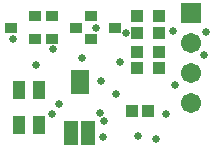
<source format=gbs>
G04 Layer_Color=16711935*
%FSLAX25Y25*%
%MOIN*%
G70*
G01*
G75*
%ADD29R,0.03950X0.04343*%
%ADD30R,0.04343X0.03950*%
%ADD36C,0.06706*%
%ADD37R,0.06706X0.06706*%
%ADD38C,0.02600*%
%ADD39R,0.03937X0.03543*%
%ADD40R,0.04331X0.06299*%
%ADD41R,0.04961X0.08110*%
%ADD42R,0.06142X0.08110*%
D29*
X50788Y14961D02*
D03*
X45276D02*
D03*
D30*
X47244Y34646D02*
D03*
Y29134D02*
D03*
X54331D02*
D03*
Y34646D02*
D03*
X47244Y40945D02*
D03*
Y46457D02*
D03*
X54331D02*
D03*
Y40945D02*
D03*
D36*
X64961Y17559D02*
D03*
Y27559D02*
D03*
Y37559D02*
D03*
D37*
Y47559D02*
D03*
D38*
X13521Y30078D02*
D03*
X19020Y35478D02*
D03*
X21260Y17323D02*
D03*
X56693Y13780D02*
D03*
X53543Y5512D02*
D03*
X47383Y6408D02*
D03*
X40157Y20472D02*
D03*
X18898Y13780D02*
D03*
X5906Y38976D02*
D03*
X28740Y32677D02*
D03*
X41339Y31102D02*
D03*
X33562Y42520D02*
D03*
X59842Y23622D02*
D03*
X43440Y40784D02*
D03*
X69291Y33465D02*
D03*
X70079Y41339D02*
D03*
X34646Y14173D02*
D03*
X35039Y24803D02*
D03*
X36220Y11417D02*
D03*
X35827Y6299D02*
D03*
X59055Y41732D02*
D03*
D39*
X39764Y42716D02*
D03*
X31890Y46457D02*
D03*
Y38976D02*
D03*
X12992Y46457D02*
D03*
Y38977D02*
D03*
X5118Y42717D02*
D03*
X26772Y42716D02*
D03*
X18898Y46457D02*
D03*
Y38976D02*
D03*
D40*
X14567Y10236D02*
D03*
X7874D02*
D03*
Y22047D02*
D03*
X14567D02*
D03*
D41*
X30709Y7480D02*
D03*
X25197D02*
D03*
D42*
X27953Y24410D02*
D03*
M02*

</source>
